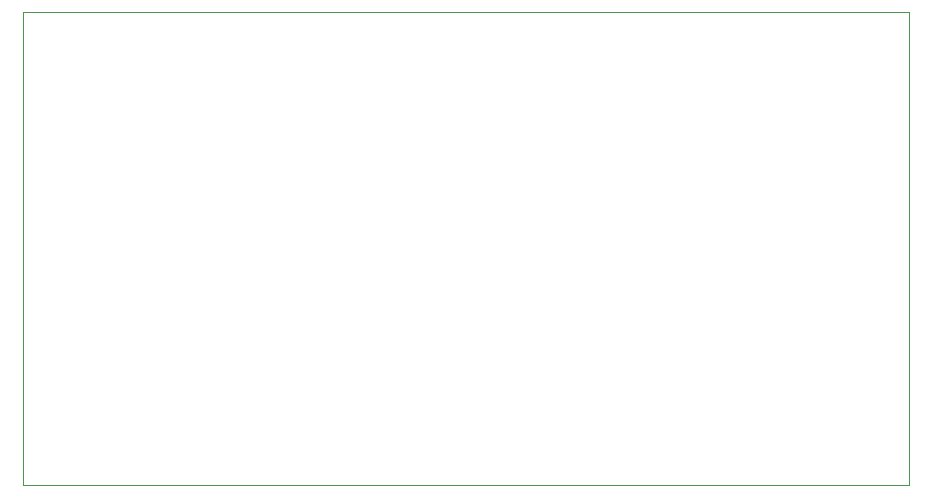
<source format=gbr>
%TF.GenerationSoftware,KiCad,Pcbnew,7.0.8*%
%TF.CreationDate,2024-04-29T11:53:12-04:00*%
%TF.ProjectId,PD Charger,50442043-6861-4726-9765-722e6b696361,rev?*%
%TF.SameCoordinates,Original*%
%TF.FileFunction,Profile,NP*%
%FSLAX46Y46*%
G04 Gerber Fmt 4.6, Leading zero omitted, Abs format (unit mm)*
G04 Created by KiCad (PCBNEW 7.0.8) date 2024-04-29 11:53:12*
%MOMM*%
%LPD*%
G01*
G04 APERTURE LIST*
%TA.AperFunction,Profile*%
%ADD10C,0.100000*%
%TD*%
G04 APERTURE END LIST*
D10*
X12000000Y-52000000D02*
X87000000Y-52000000D01*
X87000000Y-12000000D02*
X12000000Y-12000000D01*
X12000000Y-12000000D02*
X12000000Y-52000000D01*
X87000000Y-52000000D02*
X87000000Y-12000000D01*
M02*

</source>
